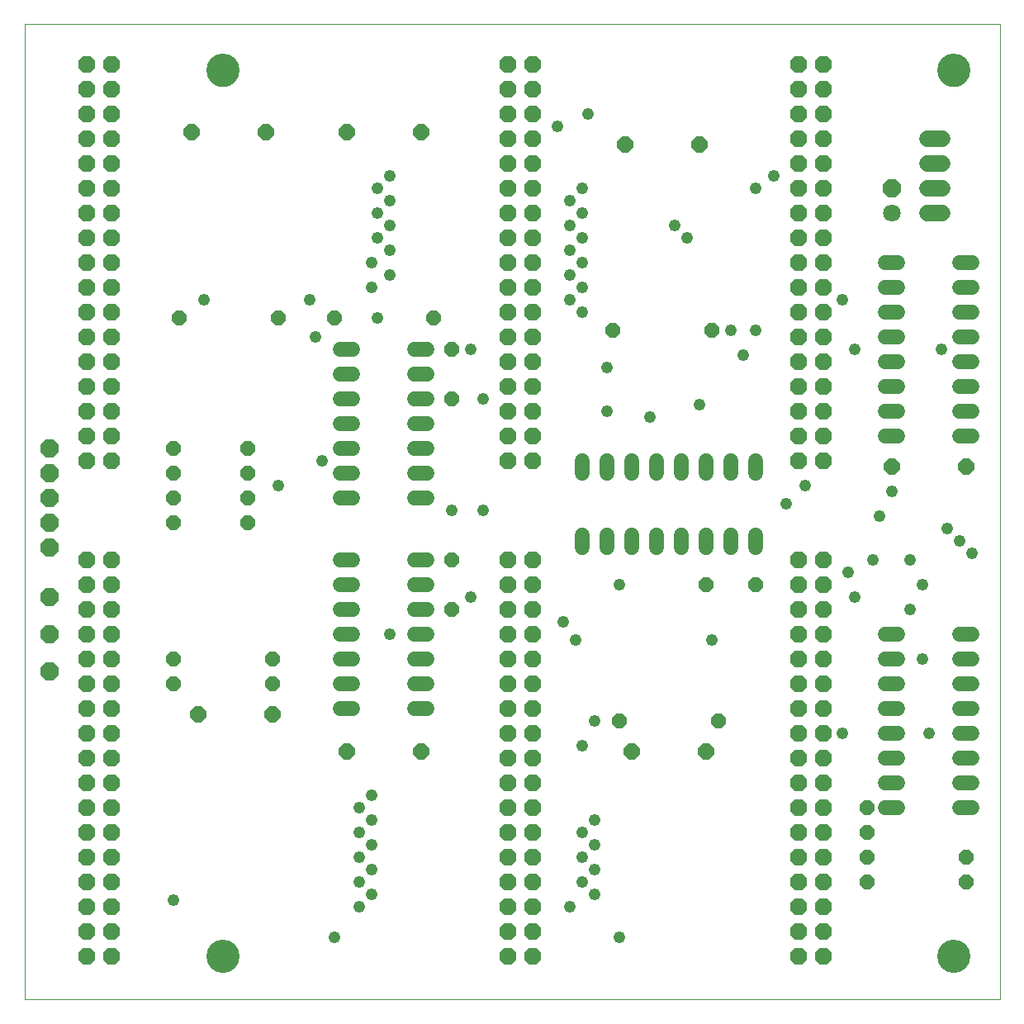
<source format=gbs>
G75*
%MOIN*%
%OFA0B0*%
%FSLAX25Y25*%
%IPPOS*%
%LPD*%
%AMOC8*
5,1,8,0,0,1.08239X$1,22.5*
%
%ADD10C,0.00000*%
%ADD11C,0.06000*%
%ADD12C,0.13398*%
%ADD13OC8,0.06000*%
%ADD14OC8,0.07100*%
%ADD15OC8,0.06800*%
%ADD16OC8,0.06400*%
%ADD17C,0.06800*%
%ADD18C,0.07100*%
%ADD19C,0.04762*%
D10*
X0001500Y0001500D02*
X0001500Y0395201D01*
X0395201Y0395201D01*
X0395201Y0001500D01*
X0001500Y0001500D01*
X0075201Y0019000D02*
X0075203Y0019158D01*
X0075209Y0019316D01*
X0075219Y0019474D01*
X0075233Y0019632D01*
X0075251Y0019789D01*
X0075272Y0019946D01*
X0075298Y0020102D01*
X0075328Y0020258D01*
X0075361Y0020413D01*
X0075399Y0020566D01*
X0075440Y0020719D01*
X0075485Y0020871D01*
X0075534Y0021022D01*
X0075587Y0021171D01*
X0075643Y0021319D01*
X0075703Y0021465D01*
X0075767Y0021610D01*
X0075835Y0021753D01*
X0075906Y0021895D01*
X0075980Y0022035D01*
X0076058Y0022172D01*
X0076140Y0022308D01*
X0076224Y0022442D01*
X0076313Y0022573D01*
X0076404Y0022702D01*
X0076499Y0022829D01*
X0076596Y0022954D01*
X0076697Y0023076D01*
X0076801Y0023195D01*
X0076908Y0023312D01*
X0077018Y0023426D01*
X0077131Y0023537D01*
X0077246Y0023646D01*
X0077364Y0023751D01*
X0077485Y0023853D01*
X0077608Y0023953D01*
X0077734Y0024049D01*
X0077862Y0024142D01*
X0077992Y0024232D01*
X0078125Y0024318D01*
X0078260Y0024402D01*
X0078396Y0024481D01*
X0078535Y0024558D01*
X0078676Y0024630D01*
X0078818Y0024700D01*
X0078962Y0024765D01*
X0079108Y0024827D01*
X0079255Y0024885D01*
X0079404Y0024940D01*
X0079554Y0024991D01*
X0079705Y0025038D01*
X0079857Y0025081D01*
X0080010Y0025120D01*
X0080165Y0025156D01*
X0080320Y0025187D01*
X0080476Y0025215D01*
X0080632Y0025239D01*
X0080789Y0025259D01*
X0080947Y0025275D01*
X0081104Y0025287D01*
X0081263Y0025295D01*
X0081421Y0025299D01*
X0081579Y0025299D01*
X0081737Y0025295D01*
X0081896Y0025287D01*
X0082053Y0025275D01*
X0082211Y0025259D01*
X0082368Y0025239D01*
X0082524Y0025215D01*
X0082680Y0025187D01*
X0082835Y0025156D01*
X0082990Y0025120D01*
X0083143Y0025081D01*
X0083295Y0025038D01*
X0083446Y0024991D01*
X0083596Y0024940D01*
X0083745Y0024885D01*
X0083892Y0024827D01*
X0084038Y0024765D01*
X0084182Y0024700D01*
X0084324Y0024630D01*
X0084465Y0024558D01*
X0084604Y0024481D01*
X0084740Y0024402D01*
X0084875Y0024318D01*
X0085008Y0024232D01*
X0085138Y0024142D01*
X0085266Y0024049D01*
X0085392Y0023953D01*
X0085515Y0023853D01*
X0085636Y0023751D01*
X0085754Y0023646D01*
X0085869Y0023537D01*
X0085982Y0023426D01*
X0086092Y0023312D01*
X0086199Y0023195D01*
X0086303Y0023076D01*
X0086404Y0022954D01*
X0086501Y0022829D01*
X0086596Y0022702D01*
X0086687Y0022573D01*
X0086776Y0022442D01*
X0086860Y0022308D01*
X0086942Y0022172D01*
X0087020Y0022035D01*
X0087094Y0021895D01*
X0087165Y0021753D01*
X0087233Y0021610D01*
X0087297Y0021465D01*
X0087357Y0021319D01*
X0087413Y0021171D01*
X0087466Y0021022D01*
X0087515Y0020871D01*
X0087560Y0020719D01*
X0087601Y0020566D01*
X0087639Y0020413D01*
X0087672Y0020258D01*
X0087702Y0020102D01*
X0087728Y0019946D01*
X0087749Y0019789D01*
X0087767Y0019632D01*
X0087781Y0019474D01*
X0087791Y0019316D01*
X0087797Y0019158D01*
X0087799Y0019000D01*
X0087797Y0018842D01*
X0087791Y0018684D01*
X0087781Y0018526D01*
X0087767Y0018368D01*
X0087749Y0018211D01*
X0087728Y0018054D01*
X0087702Y0017898D01*
X0087672Y0017742D01*
X0087639Y0017587D01*
X0087601Y0017434D01*
X0087560Y0017281D01*
X0087515Y0017129D01*
X0087466Y0016978D01*
X0087413Y0016829D01*
X0087357Y0016681D01*
X0087297Y0016535D01*
X0087233Y0016390D01*
X0087165Y0016247D01*
X0087094Y0016105D01*
X0087020Y0015965D01*
X0086942Y0015828D01*
X0086860Y0015692D01*
X0086776Y0015558D01*
X0086687Y0015427D01*
X0086596Y0015298D01*
X0086501Y0015171D01*
X0086404Y0015046D01*
X0086303Y0014924D01*
X0086199Y0014805D01*
X0086092Y0014688D01*
X0085982Y0014574D01*
X0085869Y0014463D01*
X0085754Y0014354D01*
X0085636Y0014249D01*
X0085515Y0014147D01*
X0085392Y0014047D01*
X0085266Y0013951D01*
X0085138Y0013858D01*
X0085008Y0013768D01*
X0084875Y0013682D01*
X0084740Y0013598D01*
X0084604Y0013519D01*
X0084465Y0013442D01*
X0084324Y0013370D01*
X0084182Y0013300D01*
X0084038Y0013235D01*
X0083892Y0013173D01*
X0083745Y0013115D01*
X0083596Y0013060D01*
X0083446Y0013009D01*
X0083295Y0012962D01*
X0083143Y0012919D01*
X0082990Y0012880D01*
X0082835Y0012844D01*
X0082680Y0012813D01*
X0082524Y0012785D01*
X0082368Y0012761D01*
X0082211Y0012741D01*
X0082053Y0012725D01*
X0081896Y0012713D01*
X0081737Y0012705D01*
X0081579Y0012701D01*
X0081421Y0012701D01*
X0081263Y0012705D01*
X0081104Y0012713D01*
X0080947Y0012725D01*
X0080789Y0012741D01*
X0080632Y0012761D01*
X0080476Y0012785D01*
X0080320Y0012813D01*
X0080165Y0012844D01*
X0080010Y0012880D01*
X0079857Y0012919D01*
X0079705Y0012962D01*
X0079554Y0013009D01*
X0079404Y0013060D01*
X0079255Y0013115D01*
X0079108Y0013173D01*
X0078962Y0013235D01*
X0078818Y0013300D01*
X0078676Y0013370D01*
X0078535Y0013442D01*
X0078396Y0013519D01*
X0078260Y0013598D01*
X0078125Y0013682D01*
X0077992Y0013768D01*
X0077862Y0013858D01*
X0077734Y0013951D01*
X0077608Y0014047D01*
X0077485Y0014147D01*
X0077364Y0014249D01*
X0077246Y0014354D01*
X0077131Y0014463D01*
X0077018Y0014574D01*
X0076908Y0014688D01*
X0076801Y0014805D01*
X0076697Y0014924D01*
X0076596Y0015046D01*
X0076499Y0015171D01*
X0076404Y0015298D01*
X0076313Y0015427D01*
X0076224Y0015558D01*
X0076140Y0015692D01*
X0076058Y0015828D01*
X0075980Y0015965D01*
X0075906Y0016105D01*
X0075835Y0016247D01*
X0075767Y0016390D01*
X0075703Y0016535D01*
X0075643Y0016681D01*
X0075587Y0016829D01*
X0075534Y0016978D01*
X0075485Y0017129D01*
X0075440Y0017281D01*
X0075399Y0017434D01*
X0075361Y0017587D01*
X0075328Y0017742D01*
X0075298Y0017898D01*
X0075272Y0018054D01*
X0075251Y0018211D01*
X0075233Y0018368D01*
X0075219Y0018526D01*
X0075209Y0018684D01*
X0075203Y0018842D01*
X0075201Y0019000D01*
X0370201Y0019000D02*
X0370203Y0019158D01*
X0370209Y0019316D01*
X0370219Y0019474D01*
X0370233Y0019632D01*
X0370251Y0019789D01*
X0370272Y0019946D01*
X0370298Y0020102D01*
X0370328Y0020258D01*
X0370361Y0020413D01*
X0370399Y0020566D01*
X0370440Y0020719D01*
X0370485Y0020871D01*
X0370534Y0021022D01*
X0370587Y0021171D01*
X0370643Y0021319D01*
X0370703Y0021465D01*
X0370767Y0021610D01*
X0370835Y0021753D01*
X0370906Y0021895D01*
X0370980Y0022035D01*
X0371058Y0022172D01*
X0371140Y0022308D01*
X0371224Y0022442D01*
X0371313Y0022573D01*
X0371404Y0022702D01*
X0371499Y0022829D01*
X0371596Y0022954D01*
X0371697Y0023076D01*
X0371801Y0023195D01*
X0371908Y0023312D01*
X0372018Y0023426D01*
X0372131Y0023537D01*
X0372246Y0023646D01*
X0372364Y0023751D01*
X0372485Y0023853D01*
X0372608Y0023953D01*
X0372734Y0024049D01*
X0372862Y0024142D01*
X0372992Y0024232D01*
X0373125Y0024318D01*
X0373260Y0024402D01*
X0373396Y0024481D01*
X0373535Y0024558D01*
X0373676Y0024630D01*
X0373818Y0024700D01*
X0373962Y0024765D01*
X0374108Y0024827D01*
X0374255Y0024885D01*
X0374404Y0024940D01*
X0374554Y0024991D01*
X0374705Y0025038D01*
X0374857Y0025081D01*
X0375010Y0025120D01*
X0375165Y0025156D01*
X0375320Y0025187D01*
X0375476Y0025215D01*
X0375632Y0025239D01*
X0375789Y0025259D01*
X0375947Y0025275D01*
X0376104Y0025287D01*
X0376263Y0025295D01*
X0376421Y0025299D01*
X0376579Y0025299D01*
X0376737Y0025295D01*
X0376896Y0025287D01*
X0377053Y0025275D01*
X0377211Y0025259D01*
X0377368Y0025239D01*
X0377524Y0025215D01*
X0377680Y0025187D01*
X0377835Y0025156D01*
X0377990Y0025120D01*
X0378143Y0025081D01*
X0378295Y0025038D01*
X0378446Y0024991D01*
X0378596Y0024940D01*
X0378745Y0024885D01*
X0378892Y0024827D01*
X0379038Y0024765D01*
X0379182Y0024700D01*
X0379324Y0024630D01*
X0379465Y0024558D01*
X0379604Y0024481D01*
X0379740Y0024402D01*
X0379875Y0024318D01*
X0380008Y0024232D01*
X0380138Y0024142D01*
X0380266Y0024049D01*
X0380392Y0023953D01*
X0380515Y0023853D01*
X0380636Y0023751D01*
X0380754Y0023646D01*
X0380869Y0023537D01*
X0380982Y0023426D01*
X0381092Y0023312D01*
X0381199Y0023195D01*
X0381303Y0023076D01*
X0381404Y0022954D01*
X0381501Y0022829D01*
X0381596Y0022702D01*
X0381687Y0022573D01*
X0381776Y0022442D01*
X0381860Y0022308D01*
X0381942Y0022172D01*
X0382020Y0022035D01*
X0382094Y0021895D01*
X0382165Y0021753D01*
X0382233Y0021610D01*
X0382297Y0021465D01*
X0382357Y0021319D01*
X0382413Y0021171D01*
X0382466Y0021022D01*
X0382515Y0020871D01*
X0382560Y0020719D01*
X0382601Y0020566D01*
X0382639Y0020413D01*
X0382672Y0020258D01*
X0382702Y0020102D01*
X0382728Y0019946D01*
X0382749Y0019789D01*
X0382767Y0019632D01*
X0382781Y0019474D01*
X0382791Y0019316D01*
X0382797Y0019158D01*
X0382799Y0019000D01*
X0382797Y0018842D01*
X0382791Y0018684D01*
X0382781Y0018526D01*
X0382767Y0018368D01*
X0382749Y0018211D01*
X0382728Y0018054D01*
X0382702Y0017898D01*
X0382672Y0017742D01*
X0382639Y0017587D01*
X0382601Y0017434D01*
X0382560Y0017281D01*
X0382515Y0017129D01*
X0382466Y0016978D01*
X0382413Y0016829D01*
X0382357Y0016681D01*
X0382297Y0016535D01*
X0382233Y0016390D01*
X0382165Y0016247D01*
X0382094Y0016105D01*
X0382020Y0015965D01*
X0381942Y0015828D01*
X0381860Y0015692D01*
X0381776Y0015558D01*
X0381687Y0015427D01*
X0381596Y0015298D01*
X0381501Y0015171D01*
X0381404Y0015046D01*
X0381303Y0014924D01*
X0381199Y0014805D01*
X0381092Y0014688D01*
X0380982Y0014574D01*
X0380869Y0014463D01*
X0380754Y0014354D01*
X0380636Y0014249D01*
X0380515Y0014147D01*
X0380392Y0014047D01*
X0380266Y0013951D01*
X0380138Y0013858D01*
X0380008Y0013768D01*
X0379875Y0013682D01*
X0379740Y0013598D01*
X0379604Y0013519D01*
X0379465Y0013442D01*
X0379324Y0013370D01*
X0379182Y0013300D01*
X0379038Y0013235D01*
X0378892Y0013173D01*
X0378745Y0013115D01*
X0378596Y0013060D01*
X0378446Y0013009D01*
X0378295Y0012962D01*
X0378143Y0012919D01*
X0377990Y0012880D01*
X0377835Y0012844D01*
X0377680Y0012813D01*
X0377524Y0012785D01*
X0377368Y0012761D01*
X0377211Y0012741D01*
X0377053Y0012725D01*
X0376896Y0012713D01*
X0376737Y0012705D01*
X0376579Y0012701D01*
X0376421Y0012701D01*
X0376263Y0012705D01*
X0376104Y0012713D01*
X0375947Y0012725D01*
X0375789Y0012741D01*
X0375632Y0012761D01*
X0375476Y0012785D01*
X0375320Y0012813D01*
X0375165Y0012844D01*
X0375010Y0012880D01*
X0374857Y0012919D01*
X0374705Y0012962D01*
X0374554Y0013009D01*
X0374404Y0013060D01*
X0374255Y0013115D01*
X0374108Y0013173D01*
X0373962Y0013235D01*
X0373818Y0013300D01*
X0373676Y0013370D01*
X0373535Y0013442D01*
X0373396Y0013519D01*
X0373260Y0013598D01*
X0373125Y0013682D01*
X0372992Y0013768D01*
X0372862Y0013858D01*
X0372734Y0013951D01*
X0372608Y0014047D01*
X0372485Y0014147D01*
X0372364Y0014249D01*
X0372246Y0014354D01*
X0372131Y0014463D01*
X0372018Y0014574D01*
X0371908Y0014688D01*
X0371801Y0014805D01*
X0371697Y0014924D01*
X0371596Y0015046D01*
X0371499Y0015171D01*
X0371404Y0015298D01*
X0371313Y0015427D01*
X0371224Y0015558D01*
X0371140Y0015692D01*
X0371058Y0015828D01*
X0370980Y0015965D01*
X0370906Y0016105D01*
X0370835Y0016247D01*
X0370767Y0016390D01*
X0370703Y0016535D01*
X0370643Y0016681D01*
X0370587Y0016829D01*
X0370534Y0016978D01*
X0370485Y0017129D01*
X0370440Y0017281D01*
X0370399Y0017434D01*
X0370361Y0017587D01*
X0370328Y0017742D01*
X0370298Y0017898D01*
X0370272Y0018054D01*
X0370251Y0018211D01*
X0370233Y0018368D01*
X0370219Y0018526D01*
X0370209Y0018684D01*
X0370203Y0018842D01*
X0370201Y0019000D01*
X0370201Y0376500D02*
X0370203Y0376658D01*
X0370209Y0376816D01*
X0370219Y0376974D01*
X0370233Y0377132D01*
X0370251Y0377289D01*
X0370272Y0377446D01*
X0370298Y0377602D01*
X0370328Y0377758D01*
X0370361Y0377913D01*
X0370399Y0378066D01*
X0370440Y0378219D01*
X0370485Y0378371D01*
X0370534Y0378522D01*
X0370587Y0378671D01*
X0370643Y0378819D01*
X0370703Y0378965D01*
X0370767Y0379110D01*
X0370835Y0379253D01*
X0370906Y0379395D01*
X0370980Y0379535D01*
X0371058Y0379672D01*
X0371140Y0379808D01*
X0371224Y0379942D01*
X0371313Y0380073D01*
X0371404Y0380202D01*
X0371499Y0380329D01*
X0371596Y0380454D01*
X0371697Y0380576D01*
X0371801Y0380695D01*
X0371908Y0380812D01*
X0372018Y0380926D01*
X0372131Y0381037D01*
X0372246Y0381146D01*
X0372364Y0381251D01*
X0372485Y0381353D01*
X0372608Y0381453D01*
X0372734Y0381549D01*
X0372862Y0381642D01*
X0372992Y0381732D01*
X0373125Y0381818D01*
X0373260Y0381902D01*
X0373396Y0381981D01*
X0373535Y0382058D01*
X0373676Y0382130D01*
X0373818Y0382200D01*
X0373962Y0382265D01*
X0374108Y0382327D01*
X0374255Y0382385D01*
X0374404Y0382440D01*
X0374554Y0382491D01*
X0374705Y0382538D01*
X0374857Y0382581D01*
X0375010Y0382620D01*
X0375165Y0382656D01*
X0375320Y0382687D01*
X0375476Y0382715D01*
X0375632Y0382739D01*
X0375789Y0382759D01*
X0375947Y0382775D01*
X0376104Y0382787D01*
X0376263Y0382795D01*
X0376421Y0382799D01*
X0376579Y0382799D01*
X0376737Y0382795D01*
X0376896Y0382787D01*
X0377053Y0382775D01*
X0377211Y0382759D01*
X0377368Y0382739D01*
X0377524Y0382715D01*
X0377680Y0382687D01*
X0377835Y0382656D01*
X0377990Y0382620D01*
X0378143Y0382581D01*
X0378295Y0382538D01*
X0378446Y0382491D01*
X0378596Y0382440D01*
X0378745Y0382385D01*
X0378892Y0382327D01*
X0379038Y0382265D01*
X0379182Y0382200D01*
X0379324Y0382130D01*
X0379465Y0382058D01*
X0379604Y0381981D01*
X0379740Y0381902D01*
X0379875Y0381818D01*
X0380008Y0381732D01*
X0380138Y0381642D01*
X0380266Y0381549D01*
X0380392Y0381453D01*
X0380515Y0381353D01*
X0380636Y0381251D01*
X0380754Y0381146D01*
X0380869Y0381037D01*
X0380982Y0380926D01*
X0381092Y0380812D01*
X0381199Y0380695D01*
X0381303Y0380576D01*
X0381404Y0380454D01*
X0381501Y0380329D01*
X0381596Y0380202D01*
X0381687Y0380073D01*
X0381776Y0379942D01*
X0381860Y0379808D01*
X0381942Y0379672D01*
X0382020Y0379535D01*
X0382094Y0379395D01*
X0382165Y0379253D01*
X0382233Y0379110D01*
X0382297Y0378965D01*
X0382357Y0378819D01*
X0382413Y0378671D01*
X0382466Y0378522D01*
X0382515Y0378371D01*
X0382560Y0378219D01*
X0382601Y0378066D01*
X0382639Y0377913D01*
X0382672Y0377758D01*
X0382702Y0377602D01*
X0382728Y0377446D01*
X0382749Y0377289D01*
X0382767Y0377132D01*
X0382781Y0376974D01*
X0382791Y0376816D01*
X0382797Y0376658D01*
X0382799Y0376500D01*
X0382797Y0376342D01*
X0382791Y0376184D01*
X0382781Y0376026D01*
X0382767Y0375868D01*
X0382749Y0375711D01*
X0382728Y0375554D01*
X0382702Y0375398D01*
X0382672Y0375242D01*
X0382639Y0375087D01*
X0382601Y0374934D01*
X0382560Y0374781D01*
X0382515Y0374629D01*
X0382466Y0374478D01*
X0382413Y0374329D01*
X0382357Y0374181D01*
X0382297Y0374035D01*
X0382233Y0373890D01*
X0382165Y0373747D01*
X0382094Y0373605D01*
X0382020Y0373465D01*
X0381942Y0373328D01*
X0381860Y0373192D01*
X0381776Y0373058D01*
X0381687Y0372927D01*
X0381596Y0372798D01*
X0381501Y0372671D01*
X0381404Y0372546D01*
X0381303Y0372424D01*
X0381199Y0372305D01*
X0381092Y0372188D01*
X0380982Y0372074D01*
X0380869Y0371963D01*
X0380754Y0371854D01*
X0380636Y0371749D01*
X0380515Y0371647D01*
X0380392Y0371547D01*
X0380266Y0371451D01*
X0380138Y0371358D01*
X0380008Y0371268D01*
X0379875Y0371182D01*
X0379740Y0371098D01*
X0379604Y0371019D01*
X0379465Y0370942D01*
X0379324Y0370870D01*
X0379182Y0370800D01*
X0379038Y0370735D01*
X0378892Y0370673D01*
X0378745Y0370615D01*
X0378596Y0370560D01*
X0378446Y0370509D01*
X0378295Y0370462D01*
X0378143Y0370419D01*
X0377990Y0370380D01*
X0377835Y0370344D01*
X0377680Y0370313D01*
X0377524Y0370285D01*
X0377368Y0370261D01*
X0377211Y0370241D01*
X0377053Y0370225D01*
X0376896Y0370213D01*
X0376737Y0370205D01*
X0376579Y0370201D01*
X0376421Y0370201D01*
X0376263Y0370205D01*
X0376104Y0370213D01*
X0375947Y0370225D01*
X0375789Y0370241D01*
X0375632Y0370261D01*
X0375476Y0370285D01*
X0375320Y0370313D01*
X0375165Y0370344D01*
X0375010Y0370380D01*
X0374857Y0370419D01*
X0374705Y0370462D01*
X0374554Y0370509D01*
X0374404Y0370560D01*
X0374255Y0370615D01*
X0374108Y0370673D01*
X0373962Y0370735D01*
X0373818Y0370800D01*
X0373676Y0370870D01*
X0373535Y0370942D01*
X0373396Y0371019D01*
X0373260Y0371098D01*
X0373125Y0371182D01*
X0372992Y0371268D01*
X0372862Y0371358D01*
X0372734Y0371451D01*
X0372608Y0371547D01*
X0372485Y0371647D01*
X0372364Y0371749D01*
X0372246Y0371854D01*
X0372131Y0371963D01*
X0372018Y0372074D01*
X0371908Y0372188D01*
X0371801Y0372305D01*
X0371697Y0372424D01*
X0371596Y0372546D01*
X0371499Y0372671D01*
X0371404Y0372798D01*
X0371313Y0372927D01*
X0371224Y0373058D01*
X0371140Y0373192D01*
X0371058Y0373328D01*
X0370980Y0373465D01*
X0370906Y0373605D01*
X0370835Y0373747D01*
X0370767Y0373890D01*
X0370703Y0374035D01*
X0370643Y0374181D01*
X0370587Y0374329D01*
X0370534Y0374478D01*
X0370485Y0374629D01*
X0370440Y0374781D01*
X0370399Y0374934D01*
X0370361Y0375087D01*
X0370328Y0375242D01*
X0370298Y0375398D01*
X0370272Y0375554D01*
X0370251Y0375711D01*
X0370233Y0375868D01*
X0370219Y0376026D01*
X0370209Y0376184D01*
X0370203Y0376342D01*
X0370201Y0376500D01*
X0075201Y0376500D02*
X0075203Y0376658D01*
X0075209Y0376816D01*
X0075219Y0376974D01*
X0075233Y0377132D01*
X0075251Y0377289D01*
X0075272Y0377446D01*
X0075298Y0377602D01*
X0075328Y0377758D01*
X0075361Y0377913D01*
X0075399Y0378066D01*
X0075440Y0378219D01*
X0075485Y0378371D01*
X0075534Y0378522D01*
X0075587Y0378671D01*
X0075643Y0378819D01*
X0075703Y0378965D01*
X0075767Y0379110D01*
X0075835Y0379253D01*
X0075906Y0379395D01*
X0075980Y0379535D01*
X0076058Y0379672D01*
X0076140Y0379808D01*
X0076224Y0379942D01*
X0076313Y0380073D01*
X0076404Y0380202D01*
X0076499Y0380329D01*
X0076596Y0380454D01*
X0076697Y0380576D01*
X0076801Y0380695D01*
X0076908Y0380812D01*
X0077018Y0380926D01*
X0077131Y0381037D01*
X0077246Y0381146D01*
X0077364Y0381251D01*
X0077485Y0381353D01*
X0077608Y0381453D01*
X0077734Y0381549D01*
X0077862Y0381642D01*
X0077992Y0381732D01*
X0078125Y0381818D01*
X0078260Y0381902D01*
X0078396Y0381981D01*
X0078535Y0382058D01*
X0078676Y0382130D01*
X0078818Y0382200D01*
X0078962Y0382265D01*
X0079108Y0382327D01*
X0079255Y0382385D01*
X0079404Y0382440D01*
X0079554Y0382491D01*
X0079705Y0382538D01*
X0079857Y0382581D01*
X0080010Y0382620D01*
X0080165Y0382656D01*
X0080320Y0382687D01*
X0080476Y0382715D01*
X0080632Y0382739D01*
X0080789Y0382759D01*
X0080947Y0382775D01*
X0081104Y0382787D01*
X0081263Y0382795D01*
X0081421Y0382799D01*
X0081579Y0382799D01*
X0081737Y0382795D01*
X0081896Y0382787D01*
X0082053Y0382775D01*
X0082211Y0382759D01*
X0082368Y0382739D01*
X0082524Y0382715D01*
X0082680Y0382687D01*
X0082835Y0382656D01*
X0082990Y0382620D01*
X0083143Y0382581D01*
X0083295Y0382538D01*
X0083446Y0382491D01*
X0083596Y0382440D01*
X0083745Y0382385D01*
X0083892Y0382327D01*
X0084038Y0382265D01*
X0084182Y0382200D01*
X0084324Y0382130D01*
X0084465Y0382058D01*
X0084604Y0381981D01*
X0084740Y0381902D01*
X0084875Y0381818D01*
X0085008Y0381732D01*
X0085138Y0381642D01*
X0085266Y0381549D01*
X0085392Y0381453D01*
X0085515Y0381353D01*
X0085636Y0381251D01*
X0085754Y0381146D01*
X0085869Y0381037D01*
X0085982Y0380926D01*
X0086092Y0380812D01*
X0086199Y0380695D01*
X0086303Y0380576D01*
X0086404Y0380454D01*
X0086501Y0380329D01*
X0086596Y0380202D01*
X0086687Y0380073D01*
X0086776Y0379942D01*
X0086860Y0379808D01*
X0086942Y0379672D01*
X0087020Y0379535D01*
X0087094Y0379395D01*
X0087165Y0379253D01*
X0087233Y0379110D01*
X0087297Y0378965D01*
X0087357Y0378819D01*
X0087413Y0378671D01*
X0087466Y0378522D01*
X0087515Y0378371D01*
X0087560Y0378219D01*
X0087601Y0378066D01*
X0087639Y0377913D01*
X0087672Y0377758D01*
X0087702Y0377602D01*
X0087728Y0377446D01*
X0087749Y0377289D01*
X0087767Y0377132D01*
X0087781Y0376974D01*
X0087791Y0376816D01*
X0087797Y0376658D01*
X0087799Y0376500D01*
X0087797Y0376342D01*
X0087791Y0376184D01*
X0087781Y0376026D01*
X0087767Y0375868D01*
X0087749Y0375711D01*
X0087728Y0375554D01*
X0087702Y0375398D01*
X0087672Y0375242D01*
X0087639Y0375087D01*
X0087601Y0374934D01*
X0087560Y0374781D01*
X0087515Y0374629D01*
X0087466Y0374478D01*
X0087413Y0374329D01*
X0087357Y0374181D01*
X0087297Y0374035D01*
X0087233Y0373890D01*
X0087165Y0373747D01*
X0087094Y0373605D01*
X0087020Y0373465D01*
X0086942Y0373328D01*
X0086860Y0373192D01*
X0086776Y0373058D01*
X0086687Y0372927D01*
X0086596Y0372798D01*
X0086501Y0372671D01*
X0086404Y0372546D01*
X0086303Y0372424D01*
X0086199Y0372305D01*
X0086092Y0372188D01*
X0085982Y0372074D01*
X0085869Y0371963D01*
X0085754Y0371854D01*
X0085636Y0371749D01*
X0085515Y0371647D01*
X0085392Y0371547D01*
X0085266Y0371451D01*
X0085138Y0371358D01*
X0085008Y0371268D01*
X0084875Y0371182D01*
X0084740Y0371098D01*
X0084604Y0371019D01*
X0084465Y0370942D01*
X0084324Y0370870D01*
X0084182Y0370800D01*
X0084038Y0370735D01*
X0083892Y0370673D01*
X0083745Y0370615D01*
X0083596Y0370560D01*
X0083446Y0370509D01*
X0083295Y0370462D01*
X0083143Y0370419D01*
X0082990Y0370380D01*
X0082835Y0370344D01*
X0082680Y0370313D01*
X0082524Y0370285D01*
X0082368Y0370261D01*
X0082211Y0370241D01*
X0082053Y0370225D01*
X0081896Y0370213D01*
X0081737Y0370205D01*
X0081579Y0370201D01*
X0081421Y0370201D01*
X0081263Y0370205D01*
X0081104Y0370213D01*
X0080947Y0370225D01*
X0080789Y0370241D01*
X0080632Y0370261D01*
X0080476Y0370285D01*
X0080320Y0370313D01*
X0080165Y0370344D01*
X0080010Y0370380D01*
X0079857Y0370419D01*
X0079705Y0370462D01*
X0079554Y0370509D01*
X0079404Y0370560D01*
X0079255Y0370615D01*
X0079108Y0370673D01*
X0078962Y0370735D01*
X0078818Y0370800D01*
X0078676Y0370870D01*
X0078535Y0370942D01*
X0078396Y0371019D01*
X0078260Y0371098D01*
X0078125Y0371182D01*
X0077992Y0371268D01*
X0077862Y0371358D01*
X0077734Y0371451D01*
X0077608Y0371547D01*
X0077485Y0371647D01*
X0077364Y0371749D01*
X0077246Y0371854D01*
X0077131Y0371963D01*
X0077018Y0372074D01*
X0076908Y0372188D01*
X0076801Y0372305D01*
X0076697Y0372424D01*
X0076596Y0372546D01*
X0076499Y0372671D01*
X0076404Y0372798D01*
X0076313Y0372927D01*
X0076224Y0373058D01*
X0076140Y0373192D01*
X0076058Y0373328D01*
X0075980Y0373465D01*
X0075906Y0373605D01*
X0075835Y0373747D01*
X0075767Y0373890D01*
X0075703Y0374035D01*
X0075643Y0374181D01*
X0075587Y0374329D01*
X0075534Y0374478D01*
X0075485Y0374629D01*
X0075440Y0374781D01*
X0075399Y0374934D01*
X0075361Y0375087D01*
X0075328Y0375242D01*
X0075298Y0375398D01*
X0075272Y0375554D01*
X0075251Y0375711D01*
X0075233Y0375868D01*
X0075219Y0376026D01*
X0075209Y0376184D01*
X0075203Y0376342D01*
X0075201Y0376500D01*
D11*
X0128900Y0264000D02*
X0134100Y0264000D01*
X0134100Y0254000D02*
X0128900Y0254000D01*
X0128900Y0244000D02*
X0134100Y0244000D01*
X0134100Y0234000D02*
X0128900Y0234000D01*
X0128900Y0224000D02*
X0134100Y0224000D01*
X0134100Y0214000D02*
X0128900Y0214000D01*
X0128900Y0204000D02*
X0134100Y0204000D01*
X0158900Y0204000D02*
X0164100Y0204000D01*
X0164100Y0214000D02*
X0158900Y0214000D01*
X0158900Y0224000D02*
X0164100Y0224000D01*
X0164100Y0234000D02*
X0158900Y0234000D01*
X0158900Y0244000D02*
X0164100Y0244000D01*
X0164100Y0254000D02*
X0158900Y0254000D01*
X0158900Y0264000D02*
X0164100Y0264000D01*
X0226500Y0219100D02*
X0226500Y0213900D01*
X0236500Y0213900D02*
X0236500Y0219100D01*
X0246500Y0219100D02*
X0246500Y0213900D01*
X0256500Y0213900D02*
X0256500Y0219100D01*
X0266500Y0219100D02*
X0266500Y0213900D01*
X0276500Y0213900D02*
X0276500Y0219100D01*
X0286500Y0219100D02*
X0286500Y0213900D01*
X0296500Y0213900D02*
X0296500Y0219100D01*
X0296500Y0189100D02*
X0296500Y0183900D01*
X0286500Y0183900D02*
X0286500Y0189100D01*
X0276500Y0189100D02*
X0276500Y0183900D01*
X0266500Y0183900D02*
X0266500Y0189100D01*
X0256500Y0189100D02*
X0256500Y0183900D01*
X0246500Y0183900D02*
X0246500Y0189100D01*
X0236500Y0189100D02*
X0236500Y0183900D01*
X0226500Y0183900D02*
X0226500Y0189100D01*
X0164100Y0179000D02*
X0158900Y0179000D01*
X0158900Y0169000D02*
X0164100Y0169000D01*
X0164100Y0159000D02*
X0158900Y0159000D01*
X0158900Y0149000D02*
X0164100Y0149000D01*
X0164100Y0139000D02*
X0158900Y0139000D01*
X0158900Y0129000D02*
X0164100Y0129000D01*
X0164100Y0119000D02*
X0158900Y0119000D01*
X0134100Y0119000D02*
X0128900Y0119000D01*
X0128900Y0129000D02*
X0134100Y0129000D01*
X0134100Y0139000D02*
X0128900Y0139000D01*
X0128900Y0149000D02*
X0134100Y0149000D01*
X0134100Y0159000D02*
X0128900Y0159000D01*
X0128900Y0169000D02*
X0134100Y0169000D01*
X0134100Y0179000D02*
X0128900Y0179000D01*
X0348900Y0149000D02*
X0354100Y0149000D01*
X0354100Y0139000D02*
X0348900Y0139000D01*
X0348900Y0129000D02*
X0354100Y0129000D01*
X0354100Y0119000D02*
X0348900Y0119000D01*
X0348900Y0109000D02*
X0354100Y0109000D01*
X0354100Y0099000D02*
X0348900Y0099000D01*
X0348900Y0089000D02*
X0354100Y0089000D01*
X0354100Y0079000D02*
X0348900Y0079000D01*
X0378900Y0079000D02*
X0384100Y0079000D01*
X0384100Y0089000D02*
X0378900Y0089000D01*
X0378900Y0099000D02*
X0384100Y0099000D01*
X0384100Y0109000D02*
X0378900Y0109000D01*
X0378900Y0119000D02*
X0384100Y0119000D01*
X0384100Y0129000D02*
X0378900Y0129000D01*
X0378900Y0139000D02*
X0384100Y0139000D01*
X0384100Y0149000D02*
X0378900Y0149000D01*
X0378900Y0229000D02*
X0384100Y0229000D01*
X0384100Y0239000D02*
X0378900Y0239000D01*
X0378900Y0249000D02*
X0384100Y0249000D01*
X0384100Y0259000D02*
X0378900Y0259000D01*
X0378900Y0269000D02*
X0384100Y0269000D01*
X0384100Y0279000D02*
X0378900Y0279000D01*
X0378900Y0289000D02*
X0384100Y0289000D01*
X0384100Y0299000D02*
X0378900Y0299000D01*
X0354100Y0299000D02*
X0348900Y0299000D01*
X0348900Y0289000D02*
X0354100Y0289000D01*
X0354100Y0279000D02*
X0348900Y0279000D01*
X0348900Y0269000D02*
X0354100Y0269000D01*
X0354100Y0259000D02*
X0348900Y0259000D01*
X0348900Y0249000D02*
X0354100Y0249000D01*
X0354100Y0239000D02*
X0348900Y0239000D01*
X0348900Y0229000D02*
X0354100Y0229000D01*
D12*
X0376500Y0376500D03*
X0081500Y0376500D03*
X0081500Y0019000D03*
X0376500Y0019000D03*
D13*
X0381500Y0049000D03*
X0381500Y0059000D03*
X0341500Y0059000D03*
X0341500Y0049000D03*
X0341500Y0069000D03*
X0341500Y0079000D03*
X0281500Y0114000D03*
X0241500Y0114000D03*
X0276500Y0169000D03*
X0296500Y0169000D03*
X0279000Y0271500D03*
X0239000Y0271500D03*
X0174000Y0264000D03*
X0166500Y0276500D03*
X0174000Y0244000D03*
X0126500Y0276500D03*
X0104000Y0276500D03*
X0064000Y0276500D03*
X0061500Y0224000D03*
X0061500Y0214000D03*
X0061500Y0204000D03*
X0061500Y0194000D03*
X0091500Y0194000D03*
X0091500Y0204000D03*
X0091500Y0214000D03*
X0091500Y0224000D03*
X0174000Y0179000D03*
X0174000Y0159000D03*
X0101500Y0139000D03*
X0101500Y0129000D03*
X0061500Y0129000D03*
X0061500Y0139000D03*
D14*
X0011500Y0134000D03*
X0011500Y0149000D03*
X0011500Y0164000D03*
X0011500Y0184000D03*
X0011500Y0194000D03*
X0011500Y0204000D03*
X0011500Y0214000D03*
X0011500Y0224000D03*
X0351500Y0329000D03*
D15*
X0324000Y0329000D03*
X0324000Y0339000D03*
X0314000Y0339000D03*
X0314000Y0329000D03*
X0314000Y0319000D03*
X0324000Y0319000D03*
X0324000Y0309000D03*
X0324000Y0299000D03*
X0314000Y0299000D03*
X0314000Y0309000D03*
X0314000Y0289000D03*
X0314000Y0279000D03*
X0324000Y0279000D03*
X0324000Y0289000D03*
X0324000Y0269000D03*
X0324000Y0259000D03*
X0314000Y0259000D03*
X0314000Y0269000D03*
X0314000Y0249000D03*
X0314000Y0239000D03*
X0324000Y0239000D03*
X0324000Y0249000D03*
X0324000Y0229000D03*
X0324000Y0219000D03*
X0314000Y0219000D03*
X0314000Y0229000D03*
X0314000Y0179000D03*
X0324000Y0179000D03*
X0324000Y0169000D03*
X0324000Y0159000D03*
X0314000Y0159000D03*
X0314000Y0169000D03*
X0314000Y0149000D03*
X0314000Y0139000D03*
X0324000Y0139000D03*
X0324000Y0149000D03*
X0324000Y0129000D03*
X0324000Y0119000D03*
X0314000Y0119000D03*
X0314000Y0129000D03*
X0314000Y0109000D03*
X0324000Y0109000D03*
X0324000Y0099000D03*
X0324000Y0089000D03*
X0314000Y0089000D03*
X0314000Y0099000D03*
X0314000Y0079000D03*
X0314000Y0069000D03*
X0324000Y0069000D03*
X0324000Y0079000D03*
X0324000Y0059000D03*
X0324000Y0049000D03*
X0314000Y0049000D03*
X0314000Y0059000D03*
X0314000Y0039000D03*
X0314000Y0029000D03*
X0324000Y0029000D03*
X0324000Y0039000D03*
X0324000Y0019000D03*
X0314000Y0019000D03*
X0206500Y0019000D03*
X0196500Y0019000D03*
X0196500Y0029000D03*
X0196500Y0039000D03*
X0206500Y0039000D03*
X0206500Y0029000D03*
X0206500Y0049000D03*
X0206500Y0059000D03*
X0196500Y0059000D03*
X0196500Y0049000D03*
X0196500Y0069000D03*
X0196500Y0079000D03*
X0206500Y0079000D03*
X0206500Y0069000D03*
X0206500Y0089000D03*
X0206500Y0099000D03*
X0196500Y0099000D03*
X0196500Y0089000D03*
X0196500Y0109000D03*
X0206500Y0109000D03*
X0206500Y0119000D03*
X0206500Y0129000D03*
X0196500Y0129000D03*
X0196500Y0119000D03*
X0196500Y0139000D03*
X0196500Y0149000D03*
X0206500Y0149000D03*
X0206500Y0139000D03*
X0206500Y0159000D03*
X0206500Y0169000D03*
X0196500Y0169000D03*
X0196500Y0159000D03*
X0196500Y0179000D03*
X0206500Y0179000D03*
X0206500Y0219000D03*
X0206500Y0229000D03*
X0196500Y0229000D03*
X0196500Y0219000D03*
X0196500Y0239000D03*
X0196500Y0249000D03*
X0206500Y0249000D03*
X0206500Y0239000D03*
X0206500Y0259000D03*
X0206500Y0269000D03*
X0196500Y0269000D03*
X0196500Y0259000D03*
X0196500Y0279000D03*
X0196500Y0289000D03*
X0206500Y0289000D03*
X0206500Y0279000D03*
X0206500Y0299000D03*
X0206500Y0309000D03*
X0196500Y0309000D03*
X0196500Y0299000D03*
X0196500Y0319000D03*
X0206500Y0319000D03*
X0206500Y0329000D03*
X0206500Y0339000D03*
X0196500Y0339000D03*
X0196500Y0329000D03*
X0196500Y0349000D03*
X0196500Y0359000D03*
X0206500Y0359000D03*
X0206500Y0349000D03*
X0206500Y0369000D03*
X0206500Y0379000D03*
X0196500Y0379000D03*
X0196500Y0369000D03*
X0314000Y0369000D03*
X0314000Y0379000D03*
X0324000Y0379000D03*
X0324000Y0369000D03*
X0324000Y0359000D03*
X0324000Y0349000D03*
X0314000Y0349000D03*
X0314000Y0359000D03*
X0036500Y0359000D03*
X0036500Y0349000D03*
X0026500Y0349000D03*
X0026500Y0359000D03*
X0026500Y0369000D03*
X0026500Y0379000D03*
X0036500Y0379000D03*
X0036500Y0369000D03*
X0036500Y0339000D03*
X0036500Y0329000D03*
X0026500Y0329000D03*
X0026500Y0339000D03*
X0026500Y0319000D03*
X0036500Y0319000D03*
X0036500Y0309000D03*
X0036500Y0299000D03*
X0026500Y0299000D03*
X0026500Y0309000D03*
X0026500Y0289000D03*
X0026500Y0279000D03*
X0036500Y0279000D03*
X0036500Y0289000D03*
X0036500Y0269000D03*
X0036500Y0259000D03*
X0026500Y0259000D03*
X0026500Y0269000D03*
X0026500Y0249000D03*
X0026500Y0239000D03*
X0036500Y0239000D03*
X0036500Y0249000D03*
X0036500Y0229000D03*
X0036500Y0219000D03*
X0026500Y0219000D03*
X0026500Y0229000D03*
X0026500Y0179000D03*
X0036500Y0179000D03*
X0036500Y0169000D03*
X0036500Y0159000D03*
X0026500Y0159000D03*
X0026500Y0169000D03*
X0026500Y0149000D03*
X0026500Y0139000D03*
X0036500Y0139000D03*
X0036500Y0149000D03*
X0036500Y0129000D03*
X0036500Y0119000D03*
X0026500Y0119000D03*
X0026500Y0129000D03*
X0026500Y0109000D03*
X0036500Y0109000D03*
X0036500Y0099000D03*
X0036500Y0089000D03*
X0026500Y0089000D03*
X0026500Y0099000D03*
X0026500Y0079000D03*
X0026500Y0069000D03*
X0036500Y0069000D03*
X0036500Y0079000D03*
X0036500Y0059000D03*
X0036500Y0049000D03*
X0026500Y0049000D03*
X0026500Y0059000D03*
X0026500Y0039000D03*
X0026500Y0029000D03*
X0036500Y0029000D03*
X0036500Y0039000D03*
X0036500Y0019000D03*
X0026500Y0019000D03*
D16*
X0071500Y0116500D03*
X0101500Y0116500D03*
X0131500Y0101500D03*
X0161500Y0101500D03*
X0246500Y0101500D03*
X0276500Y0101500D03*
X0351500Y0216500D03*
X0381500Y0216500D03*
X0274000Y0346500D03*
X0244000Y0346500D03*
X0161500Y0351500D03*
X0131500Y0351500D03*
X0099000Y0351500D03*
X0069000Y0351500D03*
D17*
X0366000Y0349000D02*
X0372000Y0349000D01*
X0372000Y0339000D02*
X0366000Y0339000D01*
X0366000Y0329000D02*
X0372000Y0329000D01*
X0372000Y0319000D02*
X0366000Y0319000D01*
D18*
X0351500Y0319000D03*
D19*
X0331500Y0284000D03*
X0336500Y0264000D03*
X0371500Y0264000D03*
X0351500Y0206500D03*
X0346500Y0196500D03*
X0344000Y0179000D03*
X0334000Y0174000D03*
X0336500Y0164000D03*
X0359000Y0159000D03*
X0364000Y0169000D03*
X0359000Y0179000D03*
X0374000Y0191500D03*
X0379000Y0186500D03*
X0384000Y0181500D03*
X0364000Y0139000D03*
X0366500Y0109000D03*
X0331500Y0109000D03*
X0279000Y0146500D03*
X0241500Y0169000D03*
X0219000Y0154000D03*
X0224000Y0146500D03*
X0231500Y0114000D03*
X0226500Y0104000D03*
X0231500Y0074000D03*
X0226500Y0069000D03*
X0231500Y0064000D03*
X0226500Y0059000D03*
X0231500Y0054000D03*
X0226500Y0049000D03*
X0231500Y0044000D03*
X0221500Y0039000D03*
X0241500Y0026500D03*
X0141500Y0044000D03*
X0136500Y0049000D03*
X0141500Y0054000D03*
X0136500Y0059000D03*
X0141500Y0064000D03*
X0136500Y0069000D03*
X0141500Y0074000D03*
X0136500Y0079000D03*
X0141500Y0084000D03*
X0136500Y0039000D03*
X0126500Y0026500D03*
X0061500Y0041500D03*
X0149000Y0149000D03*
X0181500Y0164000D03*
X0186500Y0199000D03*
X0174000Y0199000D03*
X0186500Y0244000D03*
X0181500Y0264000D03*
X0149000Y0294000D03*
X0141500Y0289000D03*
X0141500Y0299000D03*
X0149000Y0304000D03*
X0144000Y0309000D03*
X0149000Y0314000D03*
X0144000Y0319000D03*
X0149000Y0324000D03*
X0144000Y0329000D03*
X0149000Y0334000D03*
X0116500Y0284000D03*
X0119000Y0269000D03*
X0144000Y0276500D03*
X0121500Y0219000D03*
X0104000Y0209000D03*
X0074000Y0284000D03*
X0216500Y0354000D03*
X0229000Y0359000D03*
X0226500Y0329000D03*
X0221500Y0324000D03*
X0226500Y0319000D03*
X0221500Y0314000D03*
X0226500Y0309000D03*
X0221500Y0304000D03*
X0226500Y0299000D03*
X0221500Y0294000D03*
X0226500Y0289000D03*
X0221500Y0284000D03*
X0226500Y0279000D03*
X0236500Y0256500D03*
X0236500Y0239000D03*
X0254000Y0236500D03*
X0274000Y0241500D03*
X0291500Y0261500D03*
X0286500Y0271500D03*
X0296500Y0271500D03*
X0269000Y0309000D03*
X0264000Y0314000D03*
X0296500Y0329000D03*
X0304000Y0334000D03*
X0316500Y0209000D03*
X0309000Y0201500D03*
M02*

</source>
